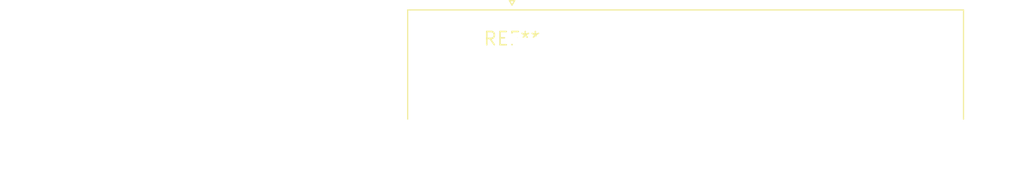
<source format=kicad_pcb>
(kicad_pcb (version 20240108) (generator pcbnew)
  (layers (0 "F.Cu" signal) (31 "B.Cu" signal) (34 "B.Paste" user) (35 "F.Paste" user) (36 "B.SilkS" user "B.Silkscreen") (37 "F.SilkS" user "F.Silkscreen") (38 "B.Mask" user) (39 "F.Mask" user) (44 "Edge.Cuts" user))
  (net 0 "")
  (footprint "DSUB-25_Male_Horizontal_P2.77x2.84mm_EdgePinOffset4.94mm_Housed_MountingHolesOffset7.48mm" (layer "F.Cu") (at 0 0)
    (property "Reference" "REF**")
    (property "Value" "DSUB-25_Male_Horizontal_P2.77x2.84mm_EdgePinOffset4.94mm_Housed_MountingHolesOffset7.48mm")
    (fp_line (start -9.99 -2.76) (end 43.23 -2.76) (layer "F.SilkS") (stroke (width 0.12)))
    (fp_line (start -9.99 7.72) (end -9.99 -2.76) (layer "F.SilkS") (stroke (width 0.12)))
    (fp_line (start -0.25 -3.654338) (end 0.25 -3.654338) (layer "F.SilkS") (stroke (width 0.12)))
    (fp_line (start 0 -3.221325) (end -0.25 -3.654338) (layer "F.SilkS") (stroke (width 0.12)))
    (fp_line (start 0.25 -3.654338) (end 0 -3.221325) (layer "F.SilkS") (stroke (width 0.12)))
    (fp_line (start 43.23 -2.76) (end 43.23 7.72) (layer "F.SilkS") (stroke (width 0.12)))
    (pad "0" thru_hole circle (at -6.93 0.3) (size 4 4) (drill 3.2) (layers *.Cu *.Mask) (remove_unused_layers))
    (pad "0" thru_hole circle (at 40.17 0.3) (size 4 4) (drill 3.2) (layers *.Cu *.Mask) (remove_unused_layers))
    (pad "1" thru_hole rect (at 0 0) (size 1.6 1.6) (drill 1) (layers *.Cu *.Mask) (remove_unused_layers))
    (pad "2" thru_hole circle (at 2.77 0) (size 1.6 1.6) (drill 1) (layers *.Cu *.Mask) (remove_unused_layers))
    (pad "3" thru_hole circle (at 5.54 0) (size 1.6 1.6) (drill 1) (layers *.Cu *.Mask) (remove_unused_layers))
    (pad "4" thru_hole circle (at 8.31 0) (size 1.6 1.6) (drill 1) (layers *.Cu *.Mask) (remove_unused_layers))
    (pad "5" thru_hole circle (at 11.08 0) (size 1.6 1.6) (drill 1) (layers *.Cu *.Mask) (remove_unused_layers))
    (pad "6" thru_hole circle (at 13.85 0) (size 1.6 1.6) (drill 1) (layers *.Cu *.Mask) (remove_unused_layers))
    (pad "7" thru_hole circle (at 16.62 0) (size 1.6 1.6) (drill 1) (layers *.Cu *.Mask) (remove_unused_layers))
    (pad "8" thru_hole circle (at 19.39 0) (size 1.6 1.6) (drill 1) (layers *.Cu *.Mask) (remove_unused_layers))
    (pad "9" thru_hole circle (at 22.16 0) (size 1.6 1.6) (drill 1) (layers *.Cu *.Mask) (remove_unused_layers))
    (pad "10" thru_hole circle (at 24.93 0) (size 1.6 1.6) (drill 1) (layers *.Cu *.Mask) (remove_unused_layers))
    (pad "11" thru_hole circle (at 27.7 0) (size 1.6 1.6) (drill 1) (layers *.Cu *.Mask) (remove_unused_layers))
    (pad "12" thru_hole circle (at 30.47 0) (size 1.6 1.6) (drill 1) (layers *.Cu *.Mask) (remove_unused_layers))
    (pad "13" thru_hole circle (at 33.24 0) (size 1.6 1.6) (drill 1) (layers *.Cu *.Mask) (remove_unused_layers))
    (pad "14" thru_hole circle (at 1.385 2.84) (size 1.6 1.6) (drill 1) (layers *.Cu *.Mask) (remove_unused_layers))
    (pad "15" thru_hole circle (at 4.155 2.84) (size 1.6 1.6) (drill 1) (layers *.Cu *.Mask) (remove_unused_layers))
    (pad "16" thru_hole circle (at 6.925 2.84) (size 1.6 1.6) (drill 1) (layers *.Cu *.Mask) (remove_unused_layers))
    (pad "17" thru_hole circle (at 9.695 2.84) (size 1.6 1.6) (drill 1) (layers *.Cu *.Mask) (remove_unused_layers))
    (pad "18" thru_hole circle (at 12.465 2.84) (size 1.6 1.6) (drill 1) (layers *.Cu *.Mask) (remove_unused_layers))
    (pad "19" thru_hole circle (at 15.235 2.84) (size 1.6 1.6) (drill 1) (layers *.Cu *.Mask) (remove_unused_layers))
    (pad "20" thru_hole circle (at 18.005 2.84) (size 1.6 1.6) (drill 1) (layers *.Cu *.Mask) (remove_unused_layers))
    (pad "21" thru_hole circle (at 20.775 2.84) (size 1.6 1.6) (drill 1) (layers *.Cu *.Mask) (remove_unused_layers))
    (pad "22" thru_hole circle (at 23.545 2.84) (size 1.6 1.6) (drill 1) (layers *.Cu *.Mask) (remove_unused_layers))
    (pad "23" thru_hole circle (at 26.315 2.84) (size 1.6 1.6) (drill 1) (layers *.Cu *.Mask) (remove_unused_layers))
    (pad "24" thru_hole circle (at 29.085 2.84) (size 1.6 1.6) (drill 1) (layers *.Cu *.Mask) (remove_unused_layers))
    (pad "25" thru_hole circle (at 31.855 2.84) (size 1.6 1.6) (drill 1) (layers *.Cu *.Mask) (remove_unused_layers))
  )
)
</source>
